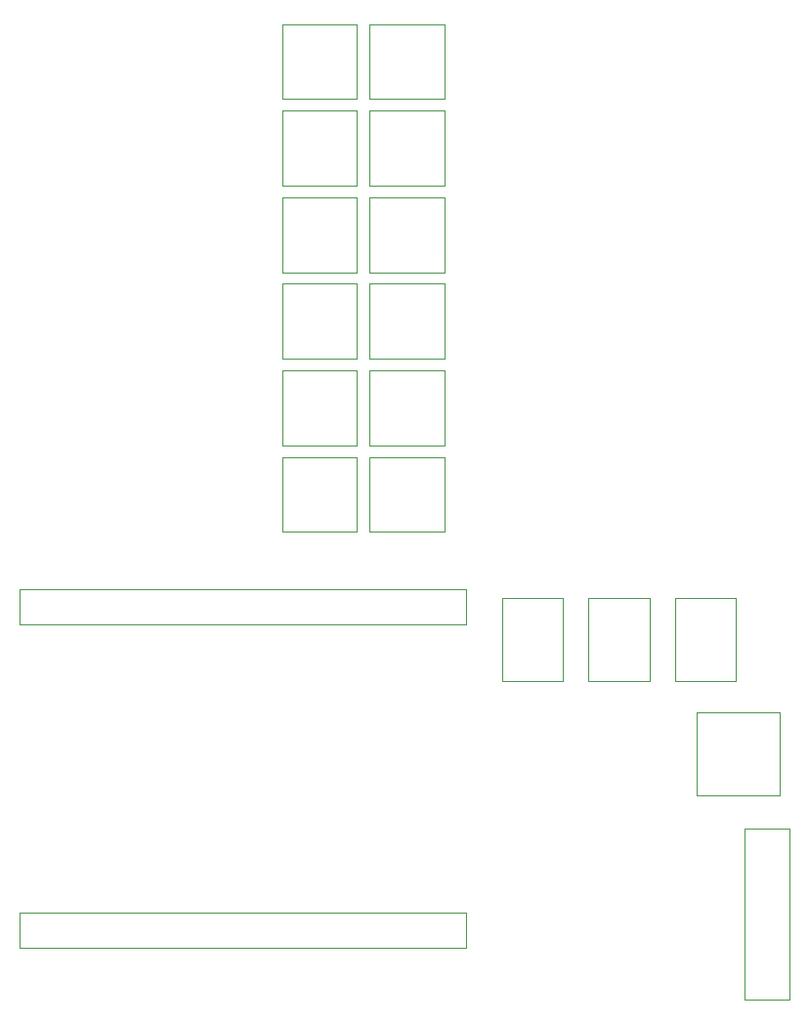
<source format=gbr>
G04 #@! TF.FileFunction,Other,User*
%FSLAX46Y46*%
G04 Gerber Fmt 4.6, Leading zero omitted, Abs format (unit mm)*
G04 Created by KiCad (PCBNEW 4.0.6+dfsg1-1) date Mon May 21 22:22:56 2018*
%MOMM*%
%LPD*%
G01*
G04 APERTURE LIST*
%ADD10C,0.100000*%
%ADD11C,0.050000*%
G04 APERTURE END LIST*
D10*
D11*
X114500000Y-113640000D02*
X114500000Y-106440000D01*
X114500000Y-106440000D02*
X119800000Y-106440000D01*
X119800000Y-106440000D02*
X119800000Y-113640000D01*
X119800000Y-113640000D02*
X114500000Y-113640000D01*
X99500000Y-113640000D02*
X99500000Y-106440000D01*
X99500000Y-106440000D02*
X104800000Y-106440000D01*
X104800000Y-106440000D02*
X104800000Y-113640000D01*
X104800000Y-113640000D02*
X99500000Y-113640000D01*
X107000000Y-113640000D02*
X107000000Y-106440000D01*
X107000000Y-106440000D02*
X112300000Y-106440000D01*
X112300000Y-106440000D02*
X112300000Y-113640000D01*
X112300000Y-113640000D02*
X107000000Y-113640000D01*
X124450000Y-126450000D02*
X120550000Y-126450000D01*
X120550000Y-126450000D02*
X120550000Y-141250000D01*
X120550000Y-141250000D02*
X124450000Y-141250000D01*
X124450000Y-141250000D02*
X124450000Y-126450000D01*
X123600000Y-123600000D02*
X123600000Y-116400000D01*
X123600000Y-116400000D02*
X116400000Y-116400000D01*
X116400000Y-116400000D02*
X116400000Y-123600000D01*
X116400000Y-123600000D02*
X123600000Y-123600000D01*
X86950000Y-100750000D02*
X86950000Y-94250000D01*
X86950000Y-94250000D02*
X80500000Y-94250000D01*
X80500000Y-94250000D02*
X80500000Y-100750000D01*
X80500000Y-100750000D02*
X86950000Y-100750000D01*
X86950000Y-93250000D02*
X86950000Y-86750000D01*
X86950000Y-86750000D02*
X80500000Y-86750000D01*
X80500000Y-86750000D02*
X80500000Y-93250000D01*
X80500000Y-93250000D02*
X86950000Y-93250000D01*
X86950000Y-85750000D02*
X86950000Y-79250000D01*
X86950000Y-79250000D02*
X80500000Y-79250000D01*
X80500000Y-79250000D02*
X80500000Y-85750000D01*
X80500000Y-85750000D02*
X86950000Y-85750000D01*
X86950000Y-78250000D02*
X86950000Y-71750000D01*
X86950000Y-71750000D02*
X80500000Y-71750000D01*
X80500000Y-71750000D02*
X80500000Y-78250000D01*
X80500000Y-78250000D02*
X86950000Y-78250000D01*
X86950000Y-70750000D02*
X86950000Y-64250000D01*
X86950000Y-64250000D02*
X80500000Y-64250000D01*
X80500000Y-64250000D02*
X80500000Y-70750000D01*
X80500000Y-70750000D02*
X86950000Y-70750000D01*
X86950000Y-63250000D02*
X86950000Y-56750000D01*
X86950000Y-56750000D02*
X80500000Y-56750000D01*
X80500000Y-56750000D02*
X80500000Y-63250000D01*
X80500000Y-63250000D02*
X86950000Y-63250000D01*
X88050000Y-94250000D02*
X88050000Y-100750000D01*
X88050000Y-100750000D02*
X94500000Y-100750000D01*
X94500000Y-100750000D02*
X94500000Y-94250000D01*
X94500000Y-94250000D02*
X88050000Y-94250000D01*
X88050000Y-86750000D02*
X88050000Y-93250000D01*
X88050000Y-93250000D02*
X94500000Y-93250000D01*
X94500000Y-93250000D02*
X94500000Y-86750000D01*
X94500000Y-86750000D02*
X88050000Y-86750000D01*
X88050000Y-79250000D02*
X88050000Y-85750000D01*
X88050000Y-85750000D02*
X94500000Y-85750000D01*
X94500000Y-85750000D02*
X94500000Y-79250000D01*
X94500000Y-79250000D02*
X88050000Y-79250000D01*
X88050000Y-71750000D02*
X88050000Y-78250000D01*
X88050000Y-78250000D02*
X94500000Y-78250000D01*
X94500000Y-78250000D02*
X94500000Y-71750000D01*
X94500000Y-71750000D02*
X88050000Y-71750000D01*
X88050000Y-64250000D02*
X88050000Y-70750000D01*
X88050000Y-70750000D02*
X94500000Y-70750000D01*
X94500000Y-70750000D02*
X94500000Y-64250000D01*
X94500000Y-64250000D02*
X88050000Y-64250000D01*
X88050000Y-56750000D02*
X88050000Y-63250000D01*
X88050000Y-63250000D02*
X94500000Y-63250000D01*
X94500000Y-63250000D02*
X94500000Y-56750000D01*
X94500000Y-56750000D02*
X88050000Y-56750000D01*
X96360000Y-105700000D02*
X57710000Y-105700000D01*
X57710000Y-105700000D02*
X57710000Y-108800000D01*
X57710000Y-108800000D02*
X96360000Y-108800000D01*
X96360000Y-108800000D02*
X96360000Y-105700000D01*
X57700000Y-136800000D02*
X96350000Y-136800000D01*
X96350000Y-136800000D02*
X96350000Y-133700000D01*
X96350000Y-133700000D02*
X57700000Y-133700000D01*
X57700000Y-133700000D02*
X57700000Y-136800000D01*
M02*

</source>
